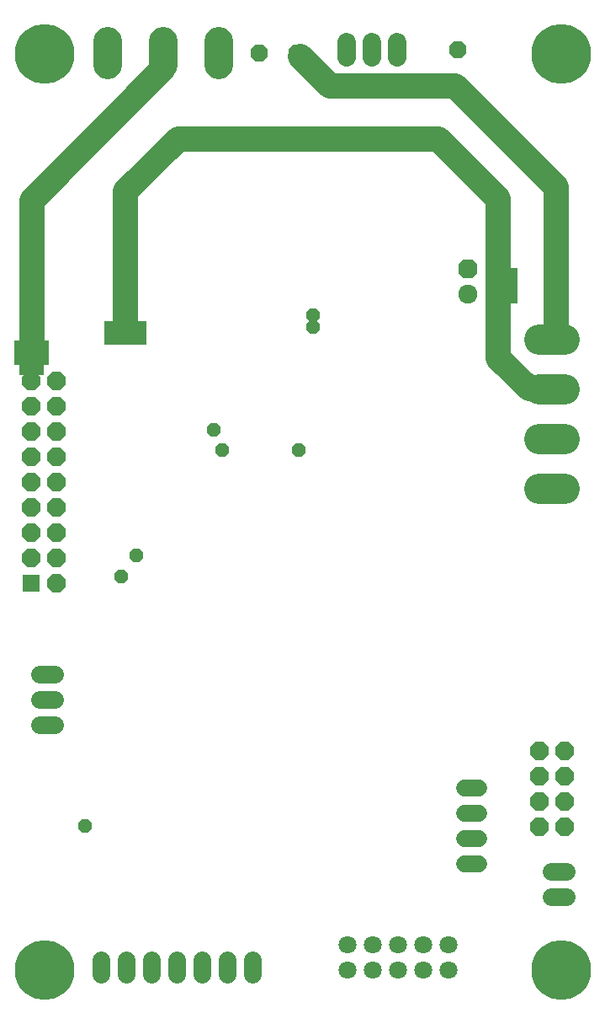
<source format=gbs>
G75*
G70*
%OFA0B0*%
%FSLAX24Y24*%
%IPPOS*%
%LPD*%
%AMOC8*
5,1,8,0,0,1.08239X$1,22.5*
%
%ADD10C,0.1000*%
%ADD11C,0.0712*%
%ADD12C,0.1200*%
%ADD13OC8,0.0712*%
%ADD14C,0.0672*%
%ADD15C,0.0712*%
%ADD16C,0.1134*%
%ADD17OC8,0.0672*%
%ADD18OC8,0.0523*%
%ADD19OC8,0.0756*%
%ADD20C,0.0756*%
%ADD21C,0.0720*%
%ADD22R,0.0712X0.0712*%
%ADD23OC8,0.0523*%
%ADD24R,0.0523X0.0523*%
%ADD25C,0.2365*%
D10*
X010081Y029076D02*
X010081Y035276D01*
X015306Y040501D01*
X015881Y037701D02*
X026206Y037701D01*
X028556Y035351D01*
X028556Y029051D01*
X029781Y027826D01*
X030681Y027826D01*
X030856Y030251D02*
X030856Y035801D01*
X026856Y039801D01*
X021906Y039801D01*
X020731Y040976D01*
X015881Y037701D02*
X013806Y035626D01*
X013806Y030226D01*
D11*
X022606Y005826D03*
X022606Y004826D03*
X023606Y004826D03*
X023606Y005826D03*
X024606Y005826D03*
X024606Y004826D03*
X025606Y004826D03*
X025606Y005826D03*
X026606Y005826D03*
X026606Y004826D03*
D12*
X030181Y023870D02*
X031181Y023870D01*
X031181Y025839D02*
X030181Y025839D01*
X030181Y027807D02*
X031181Y027807D01*
X031181Y029776D02*
X030181Y029776D01*
D13*
X030181Y013501D03*
X030181Y012501D03*
X030181Y011501D03*
X030181Y010501D03*
X031181Y010501D03*
X031181Y011501D03*
X031181Y012501D03*
X031181Y013501D03*
X011056Y020126D03*
X011056Y021126D03*
X011056Y022126D03*
X011056Y023126D03*
X011056Y024126D03*
X011056Y025126D03*
X011056Y026126D03*
X011056Y027126D03*
X011056Y028126D03*
X010056Y028126D03*
X010056Y027126D03*
X010056Y026126D03*
X010056Y025126D03*
X010056Y024126D03*
X010056Y023126D03*
X010056Y022126D03*
X010056Y021126D03*
D14*
X027226Y012051D02*
X027786Y012051D01*
X027786Y011051D02*
X027226Y011051D01*
X027226Y010051D02*
X027786Y010051D01*
X027786Y009051D02*
X027226Y009051D01*
D15*
X030660Y008726D02*
X031253Y008726D01*
X031253Y007726D02*
X030660Y007726D01*
X018831Y005247D02*
X018831Y004654D01*
X017831Y004654D02*
X017831Y005247D01*
X016831Y005247D02*
X016831Y004654D01*
X015831Y004654D02*
X015831Y005247D01*
X014831Y005247D02*
X014831Y004654D01*
X013831Y004654D02*
X013831Y005247D01*
X012831Y005247D02*
X012831Y004654D01*
X010978Y014526D02*
X010385Y014526D01*
X010385Y015526D02*
X010978Y015526D01*
X010978Y016526D02*
X010385Y016526D01*
D16*
X013106Y040630D02*
X013106Y041574D01*
X015306Y041574D02*
X015306Y040630D01*
X017506Y040630D02*
X017506Y041574D01*
D17*
X019106Y041101D03*
X020606Y041101D03*
X026956Y041251D03*
X026956Y039751D03*
D18*
X010056Y026126D03*
X010056Y026126D03*
D19*
X027356Y032576D03*
D20*
X027356Y031576D03*
D21*
X024573Y040952D02*
X024573Y041552D01*
X023573Y041552D02*
X023573Y040952D01*
X022573Y040952D02*
X022573Y041552D01*
D22*
X010056Y020126D03*
D23*
X013631Y020401D03*
X014231Y021251D03*
X017631Y025401D03*
X017306Y026201D03*
X020656Y025401D03*
X021231Y030276D03*
X021231Y030751D03*
X012181Y010526D03*
D24*
X010281Y028626D03*
X009856Y028626D03*
X009656Y029051D03*
X009656Y029476D03*
X010081Y029476D03*
X010506Y029476D03*
X010506Y029051D03*
X010081Y029051D03*
X013231Y029851D03*
X013231Y030226D03*
X013606Y030226D03*
X013981Y030226D03*
X014356Y030226D03*
X014356Y029851D03*
X013981Y029851D03*
X013606Y029851D03*
X029056Y031476D03*
X029056Y031901D03*
X029056Y032326D03*
D25*
X010581Y004850D03*
X031054Y004850D03*
X031054Y041071D03*
X010581Y041071D03*
M02*

</source>
